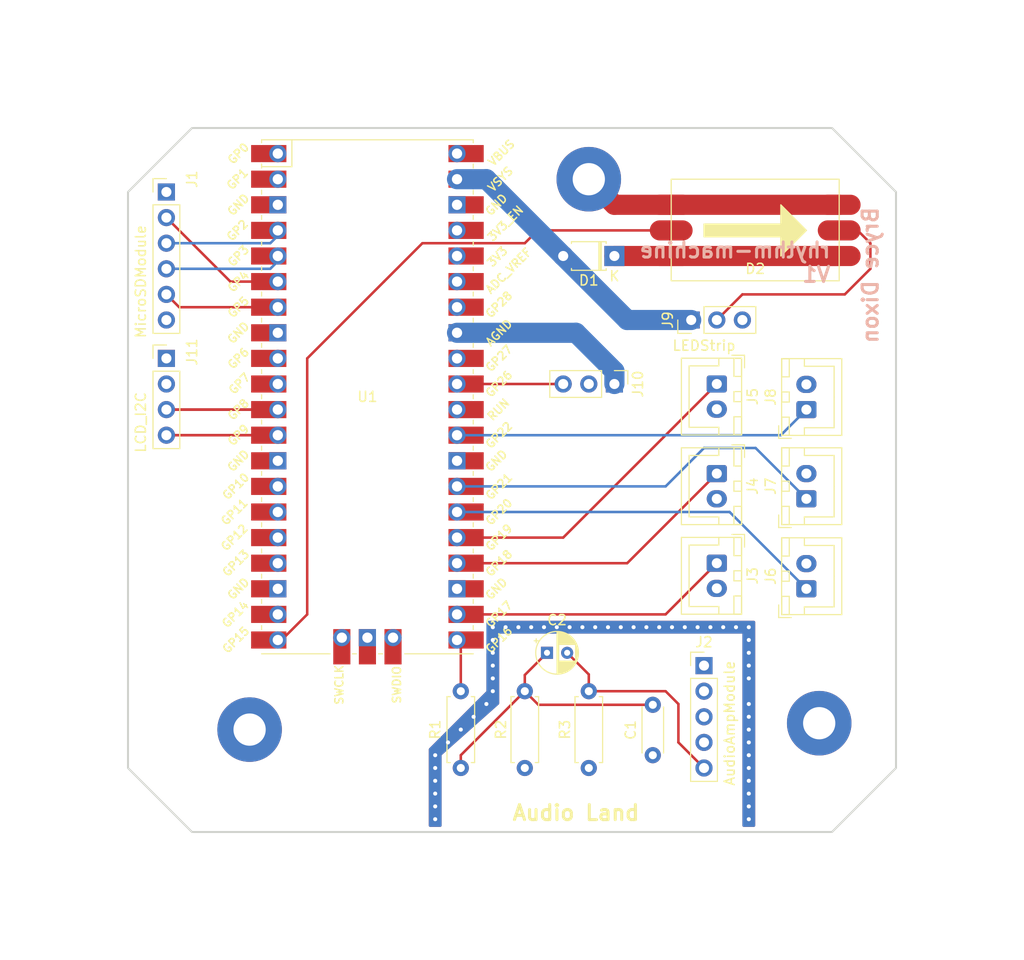
<source format=kicad_pcb>
(kicad_pcb (version 20211014) (generator pcbnew)
  (layers (0 "F.Cu" signal) (1 "In1.Cu" power "3.3V") (2 "In2.Cu" power "GND") (31 "B.Cu" signal) (34 "B.Paste" user) (35 "F.Paste" user) (36 "B.SilkS" user "B.Silkscreen") (37 "F.SilkS" user "F.Silkscreen") (38 "B.Mask" user) (39 "F.Mask" user) (44 "Edge.Cuts" user))
  (net 0 "")
  (net 1 "GND")
  (net 2 "/PWM_Audio_LPF")
  (net 3 "/Amp_A+")
  (net 4 "/4.2v")
  (net 5 "+5V")
  (net 6 "/LEDStripData")
  (net 7 "/LED_Data")
  (net 8 "/SD_MISO")
  (net 9 "/SD_CLK")
  (net 10 "/SD_MOSI")
  (net 11 "/SD_CS")
  (net 12 "+3V3")
  (net 13 "/Button_LR")
  (net 14 "/Button_LG")
  (net 15 "/Button_LB")
  (net 16 "/Fader_Signal")
  (net 17 "GNDA")
  (net 18 "/LCD_I2S_SDA")
  (net 19 "/LCD_I2S_SCK")
  (net 20 "/PWM_Audio")
  (net 46 "/Button_RR")
  (net 47 "/Button_RG")
  (net 48 "/Button_RB")
  (net 49 "/Amp_SD")
  (footprint "MountingHole:MountingHole_3.2mm_M3_Pad" (layer "F.Cu") (at 106.68 116.205)
    (fp_text reference "REF**" hide)
    (fp_text value "MountingHole_3.2mm_M3_Pad")
    (pad "1" thru_hole circle (at 0 0) (size 6.4 6.4) (drill 3.2) (layers *.Cu *.Mask) (net 1 "GND"))
  )
  (footprint "Connector_JST:JST_XH_B2B-XH-A_1x02_P2.50mm_Vertical" (layer "F.Cu") (at 96.52 91.44 -90)
    (fp_text reference "J4" (at 1.25 -3.55 90) (layer "F.SilkS"))
    (fp_text value "Button_LeftGreen")
    (pad "1" thru_hole roundrect (at 0 0 270) (size 1.7 2) (drill 1) (layers *.Cu *.Mask) (roundrect_rratio 0.1470588235) (net 14 "/Button_LG"))
    (pad "2" thru_hole oval (at 2.5 0 270) (size 1.7 2) (drill 1) (layers *.Cu *.Mask) (net 1 "GND"))
  )
  (footprint "Connector_PinHeader_2.54mm:PinHeader_1x06_P2.54mm_Vertical" (layer "F.Cu") (at 41.91 63.5)
    (fp_text reference "J1" (at 2.54 -1.27 90) (layer "F.SilkS"))
    (fp_text value "MicroSDModule" (at -2.54 8.89 90) (layer "F.SilkS"))
    (pad "1" thru_hole rect (at 0 0) (size 1.7 1.7) (drill 1) (layers *.Cu *.Mask) (net 1 "GND"))
    (pad "2" thru_hole oval (at 0 2.54) (size 1.7 1.7) (drill 1) (layers *.Cu *.Mask) (net 8 "/SD_MISO"))
    (pad "3" thru_hole oval (at 0 5.08) (size 1.7 1.7) (drill 1) (layers *.Cu *.Mask) (net 9 "/SD_CLK"))
    (pad "4" thru_hole oval (at 0 7.62) (size 1.7 1.7) (drill 1) (layers *.Cu *.Mask) (net 10 "/SD_MOSI"))
    (pad "5" thru_hole oval (at 0 10.16) (size 1.7 1.7) (drill 1) (layers *.Cu *.Mask) (net 11 "/SD_CS"))
    (pad "6" thru_hole oval (at 0 12.7) (size 1.7 1.7) (drill 1) (layers *.Cu *.Mask) (net 12 "+3V3"))
  )
  (footprint "Connector_PinHeader_2.54mm:PinHeader_1x03_P2.54mm_Vertical" (layer "F.Cu") (at 86.36 82.55 -90)
    (fp_text reference "J10" (at 0 -2.33 90) (layer "F.SilkS"))
    (fp_text value "Fader")
    (pad "1" thru_hole rect (at 0 0 270) (size 1.7 1.7) (drill 1) (layers *.Cu *.Mask) (net 17 "GNDA"))
    (pad "2" thru_hole oval (at 0 2.54 270) (size 1.7 1.7) (drill 1) (layers *.Cu *.Mask) (net 12 "+3V3"))
    (pad "3" thru_hole oval (at 0 5.08 270) (size 1.7 1.7) (drill 1) (layers *.Cu *.Mask) (net 16 "/Fader_Signal"))
  )
  (footprint "Diode_THT:D_T-1_P5.08mm_Horizontal" (layer "F.Cu") (at 86.36 69.85 180)
    (fp_text reference "D1" (at 2.54 -2.42) (layer "F.SilkS"))
    (fp_text value "D_Zener")
    (fp_text user "K" (at 0 -2) (layer "F.SilkS"))
    (pad "1" thru_hole rect (at 0 0 180) (size 2 2) (drill 1) (layers *.Cu *.Mask) (net 4 "/4.2v"))
    (pad "2" thru_hole oval (at 5.08 0 180) (size 2 2) (drill 1) (layers *.Cu *.Mask) (net 5 "+5V"))
  )
  (footprint "Connector_PinHeader_2.54mm:PinHeader_1x05_P2.54mm_Vertical" (layer "F.Cu") (at 95.25 110.49)
    (fp_text reference "J2" (at 0 -2.33) (layer "F.SilkS"))
    (fp_text value "AudioAmpModule" (at 2.54 5.715 90) (layer "F.SilkS"))
    (pad "1" thru_hole rect (at 0 0) (size 1.7 1.7) (drill 1) (layers *.Cu *.Mask) (net 1 "GND"))
    (pad "2" thru_hole oval (at 0 2.54) (size 1.7 1.7) (drill 1) (layers *.Cu *.Mask) (net 12 "+3V3"))
    (pad "3" thru_hole oval (at 0 5.08) (size 1.7 1.7) (drill 1) (layers *.Cu *.Mask) (net 49 "/Amp_SD"))
    (pad "4" thru_hole oval (at 0 7.62) (size 1.7 1.7) (drill 1) (layers *.Cu *.Mask) (net 1 "GND"))
    (pad "5" thru_hole oval (at 0 10.16) (size 1.7 1.7) (drill 1) (layers *.Cu *.Mask) (net 3 "/Amp_A+"))
  )
  (footprint "Connector_PinHeader_2.54mm:PinHeader_1x03_P2.54mm_Vertical" (layer "F.Cu") (at 93.98 76.2 90)
    (fp_text reference "J9" (at 0 -2.33 90) (layer "F.SilkS"))
    (fp_text value "LEDStrip" (at -2.54 1.27 180) (layer "F.SilkS"))
    (pad "1" thru_hole rect (at 0 0 90) (size 1.7 1.7) (drill 1) (layers *.Cu *.Mask) (net 5 "+5V"))
    (pad "2" thru_hole oval (at 0 2.54 90) (size 1.7 1.7) (drill 1) (layers *.Cu *.Mask) (net 6 "/LEDStripData"))
    (pad "3" thru_hole oval (at 0 5.08 90) (size 1.7 1.7) (drill 1) (layers *.Cu *.Mask) (net 1 "GND"))
  )
  (footprint "Resistor_THT:R_Axial_DIN0207_L6.3mm_D2.5mm_P7.62mm_Horizontal" (layer "F.Cu") (at 71.12 120.65 90)
    (fp_text reference "R1" (at 3.81 -2.54 90) (layer "F.SilkS"))
    (fp_text value "220")
    (pad "1" thru_hole circle (at 0 0 90) (size 1.6 1.6) (drill 0.8) (layers *.Cu *.Mask) (net 2 "/PWM_Audio_LPF"))
    (pad "2" thru_hole oval (at 7.62 0 90) (size 1.6 1.6) (drill 0.8) (layers *.Cu *.Mask) (net 20 "/PWM_Audio"))
  )
  (footprint "Library:WS2812B_Strip_Single" (layer "F.Cu") (at 100.33 67.31 180)
    (fp_text reference "D2" (at 0 -3.81 unlocked) (layer "F.SilkS"))
    (fp_text value "WS2812B")
    (pad "1" smd oval (at -8.333333 -2.54 180) (size 4.25 2) (layers "F.Cu" "F.Paste" "F.Mask") (net 4 "/4.2v"))
    (pad "1" smd oval (at 8.333333 -2.54 180) (size 4.25 2) (layers "F.Cu" "F.Paste" "F.Mask") (net 4 "/4.2v"))
    (pad "2" smd oval (at -8.333333 0 180) (size 4.25 2) (layers "F.Cu" "F.Paste" "F.Mask") (net 6 "/LEDStripData"))
    (pad "3" smd oval (at -8.333333 2.54 180) (size 4.25 2) (layers "F.Cu" "F.Paste" "F.Mask") (net 1 "GND"))
    (pad "3" smd oval (at 8.333333 2.54 180) (size 4.25 2) (layers "F.Cu" "F.Paste" "F.Mask") (net 1 "GND"))
    (pad "4" smd oval (at 8.333333 0 180) (size 4.25 2) (layers "F.Cu" "F.Paste" "F.Mask") (net 7 "/LED_Data"))
  )
  (footprint "Connector_JST:JST_XH_B2B-XH-A_1x02_P2.50mm_Vertical" (layer "F.Cu") (at 96.52 82.55 -90)
    (fp_text reference "J5" (at 1.25 -3.55 90) (layer "F.SilkS"))
    (fp_text value "Button_LeftBlue")
    (pad "1" thru_hole roundrect (at 0 0 270) (size 1.7 2) (drill 1) (layers *.Cu *.Mask) (roundrect_rratio 0.1470588235) (net 15 "/Button_LB"))
    (pad "2" thru_hole oval (at 2.5 0 270) (size 1.7 2) (drill 1) (layers *.Cu *.Mask) (net 1 "GND"))
  )
  (footprint "Connector_JST:JST_XH_B2B-XH-A_1x02_P2.50mm_Vertical" (layer "F.Cu") (at 105.41 102.87 90)
    (fp_text reference "J6" (at 1.25 -3.55 90) (layer "F.SilkS"))
    (fp_text value "Button_RightRed")
    (pad "1" thru_hole roundrect (at 0 0 90) (size 1.7 2) (drill 1) (layers *.Cu *.Mask) (roundrect_rratio 0.1470588235) (net 46 "/Button_RR"))
    (pad "2" thru_hole oval (at 2.5 0 90) (size 1.7 2) (drill 1) (layers *.Cu *.Mask) (net 1 "GND"))
  )
  (footprint "Capacitor_THT:C_Disc_D4.3mm_W1.9mm_P5.00mm" (layer "F.Cu") (at 90.17 119.38 90)
    (fp_text reference "C1" (at 2.5 -2.2 90) (layer "F.SilkS"))
    (fp_text value "100nF")
    (pad "1" thru_hole circle (at 0 0 90) (size 1.6 1.6) (drill 0.8) (layers *.Cu *.Mask) (net 1 "GND"))
    (pad "2" thru_hole circle (at 5 0 90) (size 1.6 1.6) (drill 0.8) (layers *.Cu *.Mask) (net 2 "/PWM_Audio_LPF"))
  )
  (footprint "Connector_PinHeader_2.54mm:PinHeader_1x04_P2.54mm_Vertical" (layer "F.Cu") (at 41.91 80.01)
    (fp_text reference "J11" (at 2.54 -0.635 90) (layer "F.SilkS"))
    (fp_text value "LCD_I2C" (at -2.54 6.35 90) (layer "F.SilkS"))
    (pad "1" thru_hole rect (at 0 0) (size 1.7 1.7) (drill 1) (layers *.Cu *.Mask) (net 1 "GND"))
    (pad "2" thru_hole oval (at 0 2.54) (size 1.7 1.7) (drill 1) (layers *.Cu *.Mask) (net 12 "+3V3"))
    (pad "3" thru_hole oval (at 0 5.08) (size 1.7 1.7) (drill 1) (layers *.Cu *.Mask) (net 18 "/LCD_I2S_SDA"))
    (pad "4" thru_hole oval (at 0 7.62) (size 1.7 1.7) (drill 1) (layers *.Cu *.Mask) (net 19 "/LCD_I2S_SCK"))
  )
  (footprint "MountingHole:MountingHole_3.2mm_M3_Pad" (layer "F.Cu") (at 50.165 116.84)
    (fp_text reference "REF**" hide)
    (fp_text value "MountingHole_3.2mm_M3_Pad")
    (pad "1" thru_hole circle (at 0 0) (size 6.4 6.4) (drill 3.2) (layers *.Cu *.Mask) (net 1 "GND"))
  )
  (footprint "Resistor_THT:R_Axial_DIN0207_L6.3mm_D2.5mm_P7.62mm_Horizontal" (layer "F.Cu") (at 83.82 120.65 90)
    (fp_text reference "R3" (at 3.81 -2.37 90) (layer "F.SilkS"))
    (fp_text value "1k8")
    (pad "1" thru_hole circle (at 0 0 90) (size 1.6 1.6) (drill 0.8) (layers *.Cu *.Mask) (net 1 "GND"))
    (pad "2" thru_hole oval (at 7.62 0 90) (size 1.6 1.6) (drill 0.8) (layers *.Cu *.Mask) (net 3 "/Amp_A+"))
  )
  (footprint "Connector_JST:JST_XH_B2B-XH-A_1x02_P2.50mm_Vertical" (layer "F.Cu") (at 105.41 93.94 90)
    (fp_text reference "J7" (at 1.25 -3.55 90) (layer "F.SilkS"))
    (fp_text value "Button_RightGreen")
    (pad "1" thru_hole roundrect (at 0 0 90) (size 1.7 2) (drill 1) (layers *.Cu *.Mask) (roundrect_rratio 0.1470588235) (net 47 "/Button_RG"))
    (pad "2" thru_hole oval (at 2.5 0 90) (size 1.7 2) (drill 1) (layers *.Cu *.Mask) (net 1 "GND"))
  )
  (footprint "Connector_JST:JST_XH_B2B-XH-A_1x02_P2.50mm_Vertical" (layer "F.Cu") (at 96.52 100.33 -90)
    (fp_text reference "J3" (at 1.25 -3.55 90) (layer "F.SilkS"))
    (fp_text value "Button_LeftRed")
    (pad "1" thru_hole roundrect (at 0 0 270) (size 1.7 2) (drill 1) (layers *.Cu *.Mask) (roundrect_rratio 0.1470588235) (net 13 "/Button_LR"))
    (pad "2" thru_hole oval (at 2.5 0 270) (size 1.7 2) (drill 1) (layers *.Cu *.Mask) (net 1 "GND"))
  )
  (footprint "MCU_RaspberryPi_and_Boards:RPi_Pico_SMD_TH" (layer "F.Cu") (at 61.855 83.82)
    (fp_text reference "U1" (at 0 0) (layer "F.SilkS"))
    (fp_text value "Pico")
    (fp_text user "GND" (at -12.8 -19.05 45) (layer "F.SilkS") (effects (font (size 0.8 0.8))))
    (fp_text user "SWDIO" (at 2.915 28.575 90) (layer "F.SilkS") (effects (font (size 0.8 0.8))))
    (fp_text user "GP26" (at 13.054 -1.27 45) (layer "F.SilkS") (effects (font (size 0.8 0.8))))
    (fp_text user "GND" (at 12.8 -19.05 45) (layer "F.SilkS") (effects (font (size 0.8 0.8))))
    (fp_text user "GP15" (at -13.054 24.13 45) (layer "F.SilkS") (effects (font (size 0.8 0.8))))
    (fp_text user "GP8" (at -12.8 1.27 45) (layer "F.SilkS") (effects (font (size 0.8 0.8))))
    (fp_text user "GP11" (at -13.2 11.43 45) (layer "F.SilkS") (effects (font (size 0.8 0.8))))
    (fp_text user "GND" (at -12.8 -6.35 45) (layer "F.SilkS") (effects (font (size 0.8 0.8))))
    (fp_text user "3V3" (at 12.9 -13.9 45) (layer "F.SilkS") (effects (font (size 0.8 0.8))))
    (fp_text user "VBUS" (at 13.3 -24.2 45) (layer "F.SilkS") (effects (font (size 0.8 0.8))))
    (fp_text user "GP27" (at 13.054 -3.8 45) (layer "F.SilkS") (effects (font (size 0.8 0.8))))
    (fp_text user "GP28" (at 13.054 -9.144 45) (layer "F.SilkS") (effects (font (size 0.8 0.8))))
    (fp_text user "GP7" (at -12.7 -1.3 45) (layer "F.SilkS") (effects (font (size 0.8 0.8))))
    (fp_text user "GP20" (at 13.054 11.43 45) (layer "F.SilkS") (effects (font (size 0.8 0.8))))
    (fp_text user "GND" (at 12.8 6.35 45) (layer "F.SilkS") (effects (font (size 0.8 0.8))))
    (fp_text user "GP0" (at -12.8 -24.13 45) (layer "F.SilkS") (effects (font (size 0.8 0.8))))
    (fp_text user "GP18" (at 13.054 16.51 45) (layer "F.SilkS") (effects (font (size 0.8 0.8))))
    (fp_text user "GP9" (at -12.8 3.81 45) (layer "F.SilkS") (effects (font (size 0.8 0.8))))
    (fp_text user "3V3_EN" (at 13.7 -17.2 45) (layer "F.SilkS") (effects (font (size 0.8 0.8))))
    (fp_text user "GND" (at -12.8 6.35 45) (layer "F.SilkS") (effects (font (size 0.8 0.8))))
    (fp_text user "GP13" (at -13.054 16.51 45) (layer "F.SilkS") (effects (font (size 0.8 0.8))))
    (fp_text user "AGND" (at 13.054 -6.35 45) (layer "F.SilkS") (effects (font (size 0.8 0.8))))
    (fp_text user "GP5" (at -12.8 -8.89 45) (layer "F.SilkS") (effects (font (size 0.8 0.8))))
    (fp_text user "GP21" (at 13.054 8.9 45) (layer "F.SilkS") (effects (font (size 0.8 0.8))))
    (fp_text user "GP16" (at 13.054 24.13 45) (layer "F.SilkS") (effects (font (size 0.8 0.8))))
    (fp_text user "GP17" (at 13.054 21.59 45) (layer "F.SilkS") (effects (font (size 0.8 0.8))))
    (fp_text user "GP4" (at -12.8 -11.43 45) (layer "F.SilkS") (effects (font (size 0.8 0.8))))
    (fp_text user "ADC_VREF" (at 14 -12.5 45) (layer "F.SilkS") (effects (font (size 0.8 0.8))))
    (fp_text user "GP12" (at -13.2 13.97 45) (layer "F.SilkS") (effects (font (size 0.8 0.8))))
    (fp_text user "GP1" (at -12.9 -21.6 45) (layer "F.SilkS") (effects (font (size 0.8 0.8))))
    (fp_text user "GP6" (at -12.8 -3.81 45) (layer "F.SilkS") (effects (font (size 0.8 0.8))))
    (fp_text user "GP2" (at -12.9 -16.51 45) (layer "F.SilkS") (effects (font (size 0.8 0.8))))
    (fp_text user "GP3" (at -12.8 -13.97 45) (layer "F.SilkS") (effects (font (size 0.8 0.8))))
    (fp_text user "GP19" (at 13.054 13.97 45) (layer "F.SilkS") (effects (font (size 0.8 0.8))))
    (fp_text user "SWCLK" (at -2.8 28.575 90) (layer "F.SilkS") (effects (font (size 0.8 0.8))))
    (fp_text user "GND" (at -12.8 19.05 45) (layer "F.SilkS") (effects (font (size 0.8 0.8))))
    (fp_text user "GND" (at 12.8 19.05 45) (layer "F.SilkS") (effects (font (size 0.8 0.8))))
    (fp_text user "GP10" (at -13.054 8.89 45) (layer "F.SilkS") (effects (font (size 0.8 0.8))))
    (fp_text user "GP22" (at 13.054 3.81 45) (layer "F.SilkS") (effects (font (size 0.8 0.8))))
    (fp_text user "VSYS" (at 13.2 -21.59 45) (layer "F.SilkS") (effects (font (size 0.8 0.8))))
    (fp_text user "RUN" (at 13 1.27 45) (layer "F.SilkS") (effects (font (size 0.8 0.8))))
    (fp_text user "GP14" (at -13.1 21.59 45) (layer "F.SilkS") (effects (font (size 0.8 0.8))))
    (pad "" np_thru_hole oval (at -2.425 -20.97) (size 1.5 1.5) (drill 1.5) (layers *.Cu *.Mask))
    (pad "" np_thru_hole oval (at -2.725 -24) (size 1.8 1.8) (drill 1.8) (layers *.Cu *.Mask))
    (pad "" np_thru_hole oval (at 2.725 -24) (size 1.8 1.8) (drill 1.8) (layers *.Cu *.Mask))
    (pad "" np_thru_hole oval (at 2.425 -20.97) (size 1.5 1.5) (drill 1.5) (layers *.Cu *.Mask))
    (pad "1" thru_hole oval (at -8.89 -24.13) (size 1.7 1.7) (drill 1.02) (layers *.Cu *.Mask))
    (pad "1" smd rect (at -8.89 -24.13) (size 3.5 1.7) (drill (offset -0.9 0)) (layers "F.Cu" "F.Mask"))
    (pad "2" smd rect (at -8.89 -21.59) (size 3.5 1.7) (drill (offset -0.9 0)) (layers "F.Cu" "F.Mask"))
    (pad "2" thru_hole oval (at -8.89 -21.59) (size 1.7 1.7) (drill 1.02) (layers *.Cu *.Mask))
    (pad "3" thru_hole rect (at -8.89 -19.05) (size 1.7 1.7) (drill 1.02) (layers *.Cu *.Mask))
    (pad "3" smd rect (at -8.89 -19.05) (size 3.5 1.7) (drill (offset -0.9 0)) (layers "F.Cu" "F.Mask"))
    (pad "4" thru_hole oval (at -8.89 -16.51) (size 1.7 1.7) (drill 1.02) (layers *.Cu *.Mask) (net 9 "/SD_CLK"))
    (pad "4" smd rect (at -8.89 -16.51) (size 3.5 1.7) (drill (offset -0.9 0)) (layers "F.Cu" "F.Mask") (net 9 "/SD_CLK"))
    (pad "5" smd rect (at -8.89 -13.97) (size 3.5 1.7) (drill (offset -0.9 0)) (layers "F.Cu" "F.Mask") (net 10 "/SD_MOSI"))
    (pad "5" thru_hole oval (at -8.89 -13.97) (size 1.7 1.7) (drill 1.02) (layers *.Cu *.Mask) (net 10 "/SD_MOSI"))
    (pad "6" thru_hole oval (at -8.89 -11.43) (size 1.7 1.7) (drill 1.02) (layers *.Cu *.Mask) (net 8 "/SD_MISO"))
    (pad "6" smd rect (at -8.89 -11.43) (size 3.5 1.7) (drill (offset -0.9 0)) (layers "F.Cu" "F.Mask") (net 8 "/SD_MISO"))
    (pad "7" thru_hole oval (at -8.89 -8.89) (size 1.7 1.7) (drill 1.02) (layers *.Cu *.Mask) (net 11 "/SD_CS"))
    (pad "7" smd rect (at -8.89 -8.89) (size 3.5 1.7) (drill (offset -0.9 0)) (layers "F.Cu" "F.Mask") (net 11 "/SD_CS"))
    (pad "8" thru_hole rect (at -8.89 -6.35) (size 1.7 1.7) (drill 1.02) (layers *.Cu *.Mask))
    (pad "8" smd rect (at -8.89 -6.35) (size 3.5 1.7) (drill (offset -0.9 0)) (layers "F.Cu" "F.Mask"))
    (pad "9" smd rect (at -8.89 -3.81) (size 3.5 1.7) (drill (offset -0.9 0)) (layers "F.Cu" "F.Mask"))
    (pad "9" thru_hole oval (at -8.89 -3.81) (size 1.7 1.7) (drill 1.02) (layers *.Cu *.Mask))
    (pad "10" smd rect (at -8.89 -1.27) (size 3.5 1.7) (drill (offset -0.9 0)) (layers "F.Cu" "F.Mask"))
    (pad "10" thru_hole oval (at -8.89 -1.27) (size 1.7 1.7) (drill 1.02) (layers *.Cu *.Mask))
    (pad "11" thru_hole oval (at -8.89 1.27) (size 1.7 1.7) (drill 1.02) (layers *.Cu *.Mask) (net 18 "/LCD_I2S_SDA"))
    (pad "11" smd rect (at -8.89 1.27) (size 3.5 1.7) (drill (offset -0.9 0)) (layers "F.Cu" "F.Mask") (net 18 "/LCD_I2S_SDA"))
    (pad "12" smd rect (at -8.89 3.81) (size 3.5 1.7) (drill (offset -0.9 0)) (layers "F.Cu" "F.Mask") (net 19 "/LCD_I2S_SCK"))
    (pad "12" thru_hole oval (at -8.89 3.81) (size 1.7 1.7) (drill 1.02) (layers *.Cu *.Mask) (net 19 "/LCD_I2S_SCK"))
    (pad "13" thru_hole rect (at -8.89 6.35) (size 1.7 1.7) (drill 1.02) (layers *.Cu *.Mask))
    (pad "13" smd rect (at -8.89 6.35) (size 3.5 1.7) (drill (offset -0.9 0)) (layers "F.Cu" "F.Mask"))
    (pad "14" thru_hole oval (at -8.89 8.89) (size 1.7 1.7) (drill 1.02) (layers *.Cu *.Mask))
    (pad "14" smd rect (at -8.89 8.89) (size 3.5 1.7) (drill (offset -0.9 0)) (layers "F.Cu" "F.Mask"))
    (pad "15" smd rect (at -8.89 11.43) (size 3.5 1.7) (drill (offset -0.9 0)) (layers "F.Cu" "F.Mask"))
    (pad "15" thru_hole oval (at -8.89 11.43) (size 1.7 1.7) (drill 1.02) (layers *.Cu *.Mask))
    (pad "16" smd rect (at -8.89 13.97) (size 3.5 1.7) (drill (offset -0.9 0)) (layers "F.Cu" "F.Mask"))
    (pad "16" thru_hole oval (at -8.89 13.97) (size 1.7 1.7) (drill 1.02) (layers *.Cu *.Mask))
    (pad "17" smd rect (at -8.89 16.51) (size 3.5 1.7) (drill (offset -0.9 0)) (layers "F.Cu" "F.Mask"))
    (pad "17" thru_hole oval (at -8.89 16.51) (size 1.7 1.7) (drill 1.02) (layers *.Cu *.Mask))
    (pad "18" thru_hole rect (at -8.89 19.05) (size 1.7 1.7) (drill 1.02) (layers *.Cu *.Mask))
    (pad "18" smd rect (at -8.89 19.05) (size 3.5 1.7) (drill (offset -0.9 0)) (layers "F.Cu" "F.Mask"))
    (pad "19" smd rect (at -8.89 21.59) (size 3.5 1.7) (drill (offset -0.9 0)) (layers "F.Cu" "F.Mask"))
    (pad "19" thru_hole oval (at -8.89 21.59) (size 1.7 1.7) (drill 1.02) (layers *.Cu *.Mask))
    (pad "20" smd rect (at -8.89 24.13) (size 3.5 1.7) (drill (offset -0.9 0)) (layers "F.Cu" "F.Mask") (net 7 "/LED_Data"))
    (pad "20" thru_hole oval (at -8.89 24.13) (size 1.7 1.7) (drill 1.02) (layers *.Cu *.Mask) (net 7 "/LED_Data"))
    (pad "21" smd rect (at 8.89 24.13) (size 3.5 1.7) (drill (offset 0.9 0)) (layers "F.Cu" "F.Mask") (net 20 "/PWM_Audio"))
    (pad "21" thru_hole oval (at 8.89 24.13) (size 1.7 1.7) (drill 1.02) (layers *.Cu *.Mask) (net 20 "/PWM_Audio"))
    (pad "22" smd rect (at 8.89 21.59) (size 3.5 1.7) (drill (offset 0.9 0)) (layers "F.Cu" "F.Mask") (net 13 "/Button_LR"))
    (pad "22" thru_hole oval (at 8.89 21.59) (size 1.7 1.7) (drill 1.02) (layers *.Cu *.Mask) (net 13 "/Button_LR"))
    (pad "23" smd rect (at 8.89 19.05) (size 3.5 1.7) (drill (offset 0.9 0)) (layers "F.Cu" "F.Mask"))
    (pad "23" thru_hole rect (at 8.89 19.05) (size 1.7 1.7) (drill 1.02) (layers *.Cu *.Mask))
    (pad "24" thru_hole oval (at 8.89 16.51) (size 1.7 1.7) (drill 1.02) (layers *.Cu *.Mask) (net 14 "/Button_LG"))
    (pad "24" smd rect (at 8.89 16.51) (size 3.5 1.7) (drill (offset 0.9 0)) (layers "F.Cu" "F.Mask") (net 14 "/Button_LG"))
    (pad "25" smd rect (at 8.89 13.97) (size 3.5 1.7) (drill (offset 0.9 0)) (layers "F.Cu" "F.Mask") (net 15 "/Button_LB"))
    (pad "25" thru_hole oval (at 8.89 13.97) (size 1.7 1.7) (drill 1.02) (layers *.Cu *.Mask) (net 15 "/Button_LB"))
    (pad "26" thru_hole oval (at 8.89 11.43) (size 1.7 1.7) (drill 1.02) (layers *.Cu *.Mask) (net 46 "/Button_RR"))
    (pad "26" smd rect (at 8.89 11.43) (size 3.5 1.7) (drill (offset 0.9 0)) (layers "F.Cu" "F.Mask") (net 46 "/Button_RR"))
    (pad "27" smd rect (at 8.89 8.89) (size 3.5 1.7) (drill (offset 0.9 0)) (layers "F.Cu" "F.Mask") (net 47 "/Button_RG"))
    (pad "27" thru_hole oval (at 8.89 8.89) (size 1.7 1.7) (drill 1.02) (layers *.Cu *.Mask) (net 47 "/Button_RG"))
    (pad "28" smd rect (at 8.89 6.35) (size 3.5 1.7) (drill (offset 0.9 0)) (layers "F.Cu" "F.Mask"))
    (pad "28" thru_hole rect (at 8.89 6.35) (size 1.7 1.7) (drill 1.02) (layers *.Cu *.Mask))
    (pad "29" thru_hole oval (at 8.89 3.81) (size 1.7 1.7) (drill 1.02) (layers *.Cu *.Mask) (net 48 "/Button_RB"))
    (pad "29" smd rect (at 8.89 3.81) (size 3.5 1.7) (drill (offset 0.9 0)) (layers "F.Cu" "F.Mask") (net 48 "/Button_RB"))
    (pad "30" thru_hole oval (at 8.89 1.27) (size 1.7 1.7) (drill 1.02) (layers *.Cu *.Mask))
    (pad "30" smd rect (at 8.89 1.27) (size 3.5 1.7) (drill (offset 0.9 0)) (layers "F.Cu" "F.Mask"))
    (pad "31" thru_hole oval (at 8.89 -1.27) (size 1.7 1.7) (drill 1.02) (layers *.Cu *.Mask) (net 16 "/Fader_Signal"))
    (pad "31" smd rect (at 8.89 -1.27) (size 3.5 1.7) (drill (offset 0.9 0)) (layers "F.Cu" "F.Mask") (net 16 "/Fader_Signal"))
    (pad "32" thru_hole oval (at 8.89 -3.81) (size 1.7 1.7) (drill 1.02) (layers *.Cu *.Mask))
    (pad "32" smd rect (at 8.89 -3.81) (size 3.5 1.7) (drill (offset 0.9 0)) (layers "F.Cu" "F.Mask"))
    (pad "33" smd rect (at 8.89 -6.35) (size 3.5 1.7) (drill (offset 0.9 0)) (layers "F.Cu" "F.Mask") (net 17 "GNDA"))
    (pad "33" thru_hole rect (at 8.89 -6.35) (size 1.7 1.7) (drill 1.02) (layers *.Cu *.Mask) (net 17 "GNDA"))
    (pad "34" smd rect (at 8.89 -8.89) (size 3.5 1.7) (drill (offset 0.9 0)) (layers "F.Cu" "F.Mask"))
    (pad "34" thru_hole oval (at 8.89 -8.89) (size 1.7 1.7) (drill 1.02) (layers *.Cu *.Mask))
    (pad "35" smd rect (at 8.89 -11.43) (size 3.5 1.7) (drill (offset 0.9 0)) (layers "F.Cu" "F.Mask"))
    (pad "35" thru_hole oval (at 8.89 -11.43) (size 1.7 1.7) (drill 1.02) (layers *.Cu *.Mask))
    (pad "36" smd rect (at 8.89 -13.97) (size 3.5 1.7) (drill (offset 0.9 0)) (layers "F.Cu" "F.Mask") (net 12 "+3V3"))
    (pad "36" thru_hole oval (at 8.89 -13.97) (size 1.7 1.7) (drill 1.02) (layers *.Cu *.Mask) (net 12 "+3V3"))
    (pad "37" smd rect (at 8.89 -16.51) (size 3.5 1.7) (drill (offset 0.9 0)) (layers "F.Cu" "F.Mask"))
    (pad "37" thru_hole oval (at 8.89 -16.51) (size 1.7 1.7) (drill 1.02) (layers *.Cu *.Mask))
    (pad "38" thru_hole rect (at 8.89 -19.05) (size 1.7 1.7) (drill 1.02) (layers *.Cu *.Mask))
    (pad "38" smd rect (at 8.89 -19.05) (size 3.5 1.7) (drill (offset 0.9 0)) (layers "F.Cu" "F.Mask"))
    (pad "39" thru_hole oval (at 8.89 -21.59) (size 1.7 1.7) (drill 1.02) (layers *.Cu *.Mask) (net 5 "+5V"))
    (pad "39" smd rect (at 8.89 -21.59) (size 3.5 1.7) (drill (offset 0.9 0)) (layers "F.Cu" "F.Mask") (net 5 "+5V"))
    (pad "40" thru_hole oval (at 8.89 -24.13) (size 1.7 1.7) (drill 1.02) (layers *.Cu *.Mask))
    (pad "40" smd rect (at 8.89 -24.13) (size 3.5 1.7) (drill (offset 0.9 0)) (layers "F.Cu" "F.Mask"))
    (pad "41" thru_hole oval (at -2.54 23.9) (size 1.7 1.7) (drill 1.02) (layers *.Cu *.Mask))
    (pad "41" smd rect (at -2.54 23.9 90) (size 3.5 1.7) (drill (offset -0.9 0)) (layers "F.Cu" "F.Mask"))
    (pad "42" thru_hole rect (at 0 23.9) (size 1.7 1.7) (drill 1.02) (layers *.Cu *.Mask))
    (pad "42" smd rect (at 0 23.9 90) (size 3.5 1.7) (drill (offset -0.9 0)) (layers "F.Cu" "F.Mask"))
    (pad "43" smd rect (at 2.54 23.9 90) (size 3.5 1.7) (drill (offset -0.9 0)) (layers "F.Cu" "F.Mask"))
    (pad "43" thru_hole oval (at 2.54 23.9) (size 1.7 1.7) (drill 1.02) (layers *.Cu *.Mask))
  )
  (footprint "Capacitor_THT:CP_Radial_D4.0mm_P2.00mm" (layer "F.Cu") (at 79.672401 109.22)
    (fp_text reference "C2" (at 1 -3.25) (layer "F.SilkS"))
    (fp_text value "47uF")
    (pad "1" thru_hole rect (at 0 0) (size 1.2 1.2) (drill 0.6) (layers *.Cu *.Mask) (net 2 "/PWM_Audio_LPF"))
    (pad "2" thru_hole circle (at 2 0) (size 1.2 1.2) (drill 0.6) (layers *.Cu *.Mask) (net 3 "/Amp_A+"))
  )
  (footprint "Connector_JST:JST_XH_B2B-XH-A_1x02_P2.50mm_Vertical" (layer "F.Cu") (at 105.41 85.09 90)
    (fp_text reference "J8" (at 1.25 -3.55 90) (layer "F.SilkS"))
    (fp_text value "Button_RightBlue")
    (pad "1" thru_hole roundrect (at 0 0 90) (size 1.7 2) (drill 1) (layers *.Cu *.Mask) (roundrect_rratio 0.1470588235) (net 48 "/Button_RB"))
    (pad "2" thru_hole oval (at 2.5 0 90) (size 1.7 2) (drill 1) (layers *.Cu *.Mask) (net 1 "GND"))
  )
  (footprint "MountingHole:MountingHole_3.2mm_M3_Pad" (layer "F.Cu") (at 83.82 62.23)
    (fp_text reference "REF**" hide)
    (fp_text value "MountingHole_3.2mm_M3_Pad")
    (pad "1" thru_hole circle (at 0 0) (size 6.4 6.4) (drill 3.2) (layers *.Cu *.Mask) (net 1 "GND"))
  )
  (footprint "Resistor_THT:R_Axial_DIN0207_L6.3mm_D2.5mm_P7.62mm_Horizontal" (layer "F.Cu") (at 77.47 120.65 90)
    (fp_text reference "R2" (at 3.81 -2.37 90) (layer "F.SilkS"))
    (fp_text value "100")
    (pad "1" thru_hole circle (at 0 0 90) (size 1.6 1.6) (drill 0.8) (layers *.Cu *.Mask) (net 1 "GND"))
    (pad "2" thru_hole oval (at 7.62 0 90) (size 1.6 1.6) (drill 0.8) (layers *.Cu *.Mask) (net 2 "/PWM_Audio_LPF"))
  )
  (footprint "Library:QRCode" (layer "B.Cu") (at 102.87 62.865 180)
    (fp_text reference "G***" hide)
    (fp_text value "LOGO" hide)
  )
  (gr_poly (pts (xy 114.3 63.5) (xy 114.3 120.65) (xy 107.95 127) (xy 44.45 127) (xy 38.1 120.65) (xy 38.1 63.5) (xy 44.45 57.15) (xy 107.95 57.15)) (layer "Edge.Cuts") (width 0.2) (fill none))
  (gr_text "Bryce Dixon" (at 111.76 71.755 90) (layer "B.SilkS") (effects (font (size 1.5 1.5) (thickness 0.3)) (justify mirror)))
  (gr_text "rhythm-machine\nV1" (at 107.95 70.485) (layer "B.SilkS") (effects (font (size 1.5 1.5) (thickness 0.3)) (justify left mirror)))
  (gr_text "Audio Land" (at 82.55 125.095) (layer "F.SilkS") (effects (font (size 1.5 1.5) (thickness 0.3))))
  (segment (start 91.996667 64.77) (end 108.663333 64.77) (width 2) (layer "F.Cu") (net 1))
  (segment (start 86.36 64.77) (end 83.82 62.23) (width 2) (layer "F.Cu") (net 1))
  (segment (start 91.996667 64.77) (end 86.36 64.77) (width 2) (layer "F.Cu") (net 1))
  (via (at 69.85 118.11) (size 0.8) (drill 0.4) (layers "F.Cu" "B.Cu") (net 1))
  (via (at 80.645 106.68) (size 0.8) (drill 0.4) (layers "F.Cu" "B.Cu") (net 1))
  (via (at 74.295 109.22) (size 0.8) (drill 0.4) (layers "F.Cu" "B.Cu") (net 1))
  (via (at 99.695 125.73) (size 0.8) (drill 0.4) (layers "F.Cu" "B.Cu") (net 1))
  (via (at 99.695 111.76) (size 0.8) (drill 0.4) (layers "F.Cu" "B.Cu") (net 1))
  (via (at 99.695 109.22) (size 0.8) (drill 0.4) (layers "F.Cu" "B.Cu") (net 1))
  (via (at 99.695 114.3) (size 0.8) (drill 0.4) (layers "F.Cu" "B.Cu") (net 1))
  (via (at 73.66 114.3) (size 0.8) (drill 0.4) (layers "F.Cu" "B.Cu") (net 1))
  (via (at 98.425 106.68) (size 0.8) (drill 0.4) (layers "F.Cu" "B.Cu") (net 1))
  (via (at 68.58 124.46) (size 0.8) (drill 0.4) (layers "F.Cu" "B.Cu") (net 1))
  (via (at 81.915 106.68) (size 0.8) (drill 0.4) (layers "F.Cu" "B.Cu") (net 1))
  (via (at 99.695 118.11) (size 0.8) (drill 0.4) (layers "F.Cu" "B.Cu") (net 1))
  (via (at 68.58 119.38) (size 0.8) (drill 0.4) (layers "F.Cu" "B.Cu") (net 1))
  (via (at 68.58 123.19) (size 0.8) (drill 0.4) (layers "F.Cu" "B.Cu") (net 1))
  (via (at 99.695 123.19) (size 0.8) (drill 0.4) (layers "F.Cu" "B.Cu") (net 1))
  (via (at 74.295 106.68) (size 0.8) (drill 0.4) (layers "F.Cu" "B.Cu") (net 1))
  (via (at 71.12 116.84) (size 0.8) (drill 0.4) (layers "F.Cu" "B.Cu") (net 1))
  (via (at 95.885 106.68) (size 0.8) (drill 0.4) (layers "F.Cu" "B.Cu") (net 1))
  (via (at 68.58 120.65) (size 0.8) (drill 0.4) (layers "F.Cu" "B.Cu") (net 1))
  (via (at 74.295 111.76) (size 0.8) (drill 0.4) (layers "F.Cu" "B.Cu") (net 1))
  (via (at 74.295 113.03) (size 0.8) (drill 0.4) (layers "F.Cu" "B.Cu") (net 1))
  (via (at 85.725 106.68) (size 0.8) (drill 0.4) (layers "F.Cu" "B.Cu") (net 1))
  (via (at 99.695 115.57) (size 0.8) (drill 0.4) (layers "F.Cu" "B.Cu") (net 1))
  (via (at 94.615 106.68) (size 0.8) (drill 0.4) (layers "F.Cu" "B.Cu") (net 1))
  (via (at 68.58 125.73) (size 0.8) (drill 0.4) (layers "F.Cu" "B.Cu") (net 1))
  (via (at 74.295 107.95) (size 0.8) (drill 0.4) (layers "F.Cu" "B.Cu") (net 1))
  (via (at 89.535 106.68) (size 0.8) (drill 0.4) (layers "F.Cu" "B.Cu") (net 1))
  (via (at 93.345 106.68) (size 0.8) (drill 0.4) (layers "F.Cu" "B.Cu") (net 1))
  (via (at 99.695 121.92) (size 0.8) (drill 0.4) (layers "F.Cu" "B.Cu") (net 1))
  (via (at 76.835 106.68) (size 0.8) (drill 0.4) (layers "F.Cu" "B.Cu") (net 1))
  (via (at 84.455 106.68) (size 0.8) (drill 0.4) (layers "F.Cu" "B.Cu") (net 1))
  (via (at 86.995 106.68) (size 0.8) (drill 0.4) (layers "F.Cu" "B.Cu") (net 1))
  (via (at 72.39 115.57) (size 0.8) (drill 0.4) (layers "F.Cu" "B.Cu") (net 1))
  (via (at 78.105 106.68) (size 0.8) (drill 0.4) (layers "F.Cu" "B.Cu") (net 1))
  (via (at 74.295 110.49) (size 0.8) (drill 0.4) (layers "F.Cu" "B.Cu") (net 1))
  (via (at 99.695 110.49) (size 0.8) (drill 0.4) (layers "F.Cu" "B.Cu") (net 1))
  (via (at 88.265 106.68) (size 0.8) (drill 0.4) (layers "F.Cu" "B.Cu") (net 1))
  (via (at 99.695 119.38) (size 0.8) (drill 0.4) (layers "F.Cu" "B.Cu") (net 1))
  (via (at 75.565 106.68) (size 0.8) (drill 0.4) (layers "F.Cu" "B.Cu") (net 1))
  (via (at 90.805 106.68) (size 0.8) (drill 0.4) (layers "F.Cu" "B.Cu") (net 1))
  (via (at 99.695 106.68) (size 0.8) (drill 0.4) (layers "F.Cu" "B.Cu") (net 1))
  (via (at 68.58 121.92) (size 0.8) (drill 0.4) (layers "F.Cu" "B.Cu") (net 1))
  (via (at 83.185 106.68) (size 0.8) (drill 0.4) (layers "F.Cu" "B.Cu") (net 1))
  (via (at 97.155 106.68) (size 0.8) (drill 0.4) (layers "F.Cu" "B.Cu") (net 1))
  (via (at 99.695 116.84) (size 0.8) (drill 0.4) (layers "F.Cu" "B.Cu") (net 1))
  (via (at 92.075 106.68) (size 0.8) (drill 0.4) (layers "F.Cu" "B.Cu") (net 1))
  (via (at 79.375 106.68) (size 0.8) (drill 0.4) (layers "F.Cu" "B.Cu") (net 1))
  (via (at 99.695 120.65) (size 0.8) (drill 0.4) (layers "F.Cu" "B.Cu") (net 1))
  (via (at 99.695 124.46) (size 0.8) (drill 0.4) (layers "F.Cu" "B.Cu") (net 1))
  (via (at 99.695 107.95) (size 0.8) (drill 0.4) (layers "F.Cu" "B.Cu") (net 1))
  (segment (start 90.17 114.38) (end 78.82 114.38) (width 0.25) (layer "F.Cu") (net 2))
  (segment (start 77.47 113.03) (end 77.47 111.422401) (width 0.25) (layer "F.Cu") (net 2))
  (segment (start 77.47 111.422401) (end 79.672401 109.22) (width 0.25) (layer "F.Cu") (net 2))
  (segment (start 78.82 114.38) (end 77.47 113.03) (width 0.25) (layer "F.Cu") (net 2))
  (segment (start 71.12 120.65) (end 71.12 119.38) (width 0.25) (layer "F.Cu") (net 2))
  (segment (start 71.12 119.38) (end 77.47 113.03) (width 0.25) (layer "F.Cu") (net 2))
  (segment (start 95.25 120.65) (end 92.71 118.11) (width 0.25) (layer "F.Cu") (net 3))
  (segment (start 83.82 111.367599) (end 83.82 113.03) (width 0.25) (layer "F.Cu") (net 3))
  (segment (start 91.44 113.03) (end 92.71 114.3) (width 0.25) (layer "F.Cu") (net 3))
  (segment (start 92.71 118.11) (end 92.71 114.3) (width 0.25) (layer "F.Cu") (net 3))
  (segment (start 83.82 113.03) (end 91.44 113.03) (width 0.25) (layer "F.Cu") (net 3))
  (segment (start 81.672401 109.22) (end 83.82 111.367599) (width 0.25) (layer "F.Cu") (net 3))
  (segment (start 86.36 69.85) (end 91.996667 69.85) (width 2) (layer "F.Cu") (net 4))
  (segment (start 91.996667 69.85) (end 108.663333 69.85) (width 2) (layer "F.Cu") (net 4))
  (segment (start 73.66 62.23) (end 81.28 69.85) (width 2) (layer "B.Cu") (net 5))
  (segment (start 73.66 62.23) (end 70.745 62.23) (width 2) (layer "B.Cu") (net 5))
  (segment (start 81.28 69.85) (end 87.63 76.2) (width 2) (layer "B.Cu") (net 5))
  (segment (start 87.63 76.2) (end 93.98 76.2) (width 2) (layer "B.Cu") (net 5))
  (segment (start 99.06 73.66) (end 109.22 73.66) (width 0.25) (layer "F.Cu") (net 6))
  (segment (start 111.76 68.58) (end 110.49 67.31) (width 0.25) (layer "F.Cu") (net 6))
  (segment (start 110.49 67.31) (end 108.663333 67.31) (width 0.25) (layer "F.Cu") (net 6))
  (segment (start 96.52 76.2) (end 99.06 73.66) (width 0.25) (layer "F.Cu") (net 6))
  (segment (start 111.76 71.12) (end 111.76 68.58) (width 0.25) (layer "F.Cu") (net 6))
  (segment (start 109.22 73.66) (end 111.76 71.12) (width 0.25) (layer "F.Cu") (net 6))
  (segment (start 67.31 68.58) (end 63.5 72.39) (width 0.25) (layer "F.Cu") (net 7))
  (segment (start 53.34 107.95) (end 55.88 105.41) (width 0.25) (layer "F.Cu") (net 7))
  (segment (start 52.965 107.95) (end 53.34 107.95) (width 0.25) (layer "F.Cu") (net 7))
  (segment (start 78.74 67.31) (end 77.47 68.58) (width 0.25) (layer "F.Cu") (net 7))
  (segment (start 55.88 80.01) (end 63.5 72.39) (width 0.25) (layer "F.Cu") (net 7))
  (segment (start 91.996667 67.31) (end 78.74 67.31) (width 0.25) (layer "F.Cu") (net 7))
  (segment (start 77.47 68.58) (end 67.31 68.58) (width 0.25) (layer "F.Cu") (net 7))
  (segment (start 55.88 105.41) (end 55.88 80.01) (width 0.25) (layer "F.Cu") (net 7))
  (segment (start 41.91 66.04) (end 48.26 72.39) (width 0.25) (layer "F.Cu") (net 8))
  (segment (start 48.26 72.39) (end 52.965 72.39) (width 0.25) (layer "F.Cu") (net 8))
  (segment (start 41.91 68.58) (end 52.22 68.58) (width 0.25) (layer "B.Cu") (net 9))
  (segment (start 52.22 68.58) (end 52.965 67.835) (width 0.25) (layer "B.Cu") (net 9))
  (segment (start 41.91 71.12) (end 52.22 71.12) (width 0.25) (layer "B.Cu") (net 10))
  (segment (start 52.22 71.12) (end 52.965 70.375) (width 0.25) (layer "B.Cu") (net 10))
  (segment (start 41.91 73.66) (end 43.18 74.93) (width 0.25) (layer "F.Cu") (net 11))
  (segment (start 43.18 74.93) (end 52.965 74.93) (width 0.25) (layer "F.Cu") (net 11))
  (segment (start 96.52 100.33) (end 91.44 105.41) (width 0.25) (layer "F.Cu") (net 13))
  (segment (start 91.44 105.41) (end 70.745 105.41) (width 0.25) (layer "F.Cu") (net 13))
  (segment (start 70.745 100.33) (end 87.63 100.33) (width 0.25) (layer "F.Cu") (net 14))
  (segment (start 87.63 100.33) (end 96.52 91.44) (width 0.25) (layer "F.Cu") (net 14))
  (segment (start 81.28 97.79) (end 96.52 82.55) (width 0.25) (layer "F.Cu") (net 15))
  (segment (start 70.745 97.79) (end 81.28 97.79) (width 0.25) (layer "F.Cu") (net 15))
  (segment (start 81.28 82.55) (end 70.745 82.55) (width 0.25) (layer "F.Cu") (net 16))
  (segment (start 82.55 77.47) (end 86.36 81.28) (width 2) (layer "B.Cu") (net 17))
  (segment (start 70.745 77.47) (end 82.55 77.47) (width 2) (layer "B.Cu") (net 17))
  (segment (start 86.36 81.28) (end 86.36 82.55) (width 2) (layer "B.Cu") (net 17))
  (segment (start 52.44 85.09) (end 52.965 85.615) (width 0.25) (layer "F.Cu") (net 18))
  (segment (start 41.91 85.09) (end 52.965 85.09) (width 0.25) (layer "F.Cu") (net 18))
  (segment (start 41.91 85.09) (end 52.44 85.09) (width 0.25) (layer "F.Cu") (net 18))
  (segment (start 52.44 87.63) (end 52.965 88.155) (width 0.25) (layer "F.Cu") (net 19))
  (segment (start 41.91 87.63) (end 52.44 87.63) (width 0.25) (layer "F.Cu") (net 19))
  (segment (start 41.91 87.63) (end 52.965 87.63) (width 0.25) (layer "F.Cu") (net 19))
  (segment (start 70.745 107.95) (end 71.12 108.325) (width 0.25) (layer "F.Cu") (net 20))
  (segment (start 71.12 108.325) (end 71.12 113.03) (width 0.25) (layer "F.Cu") (net 20))
  (segment (start 70.745 95.25) (end 97.79 95.25) (width 0.25) (layer "B.Cu") (net 46))
  (segment (start 97.79 95.25) (end 105.41 102.87) (width 0.25) (layer "B.Cu") (net 46))
  (segment (start 91.44 92.71) (end 95.25 88.9) (width 0.25) (layer "B.Cu") (net 47))
  (segment (start 95.25 88.9) (end 100.37 88.9) (width 0.25) (layer "B.Cu") (net 47))
  (segment (start 100.37 88.9) (end 105.41 93.94) (width 0.25) (layer "B.Cu") (net 47))
  (segment (start 70.745 92.71) (end 91.44 92.71) (width 0.25) (layer "B.Cu") (net 47))
  (segment (start 102.87 87.63) (end 105.41 85.09) (width 0.25) (layer "B.Cu") (net 48))
  (segment (start 70.745 87.63) (end 102.87 87.63) (width 0.25) (layer "B.Cu") (net 48))
  (zone (net 1) (net_name "GND") (layers "F.Cu" "In1.Cu" "In2.Cu" "B.Cu") (name "AudioIsolation") (connect_pads (clearance 0.508)) (min_thickness 0.254) (fill yes (thermal_gap 0.508) (thermal_bridge_width 0.508) (island_removal_mode 1) (island_area_min 1))
    (polygon (pts (xy 100.33 127) (xy 99.06 127) (xy 99.06 107.315) (xy 74.93 107.315) (xy 74.93 114.3) (xy 69.215 119.38) (xy 69.215 127) (xy 67.945 127) (xy 67.945 118.745) (xy 73.66 113.03) (xy 73.66 106.045) (xy 100.33 106.045)))
  )
)
</source>
